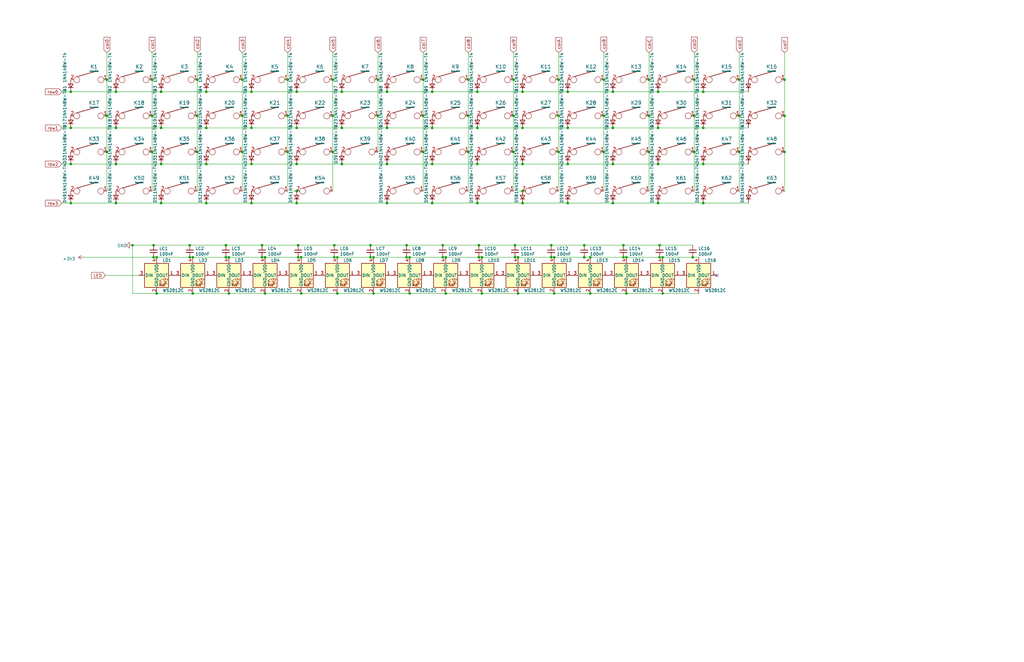
<source format=kicad_sch>
(kicad_sch (version 20230121) (generator eeschema)
  (paper "USLedger")
  (junction (at 125.095 85.725))
  (junction (at 121.285 64.135))
  (junction (at 144.145 69.215))
  (junction (at 197.485 64.135))
  (junction (at 159.385 33.655))
  (junction (at 156.21 108.585))
  (junction (at 201.295 69.215))
  (junction (at 29.845 69.215))
  (junction (at 186.69 108.585))
  (junction (at 292.735 64.135))
  (junction (at 45.085 64.135))
  (junction (at 277.495 38.735))
  (junction (at 125.73 103.505))
  (junction (at 182.245 85.725))
  (junction (at 80.01 103.505))
  (junction (at 220.345 69.215))
  (junction (at 178.435 33.655))
  (junction (at 273.685 33.655))
  (junction (at 201.295 38.735))
  (junction (at 66.04 108.585))
  (junction (at 106.045 53.975))
  (junction (at 273.685 48.895))
  (junction (at 48.895 69.215))
  (junction (at 157.48 108.585))
  (junction (at 102.235 48.895))
  (junction (at 264.16 108.585))
  (junction (at 156.21 103.505))
  (junction (at 106.045 85.725))
  (junction (at 187.96 123.825))
  (junction (at 140.335 33.655))
  (junction (at 125.095 80.645))
  (junction (at 311.785 48.895))
  (junction (at 29.845 85.725))
  (junction (at 279.4 108.585))
  (junction (at 81.28 108.585))
  (junction (at 296.545 53.975))
  (junction (at 292.735 33.655))
  (junction (at 48.895 85.725))
  (junction (at 235.585 64.135))
  (junction (at 182.245 69.215))
  (junction (at 163.195 69.215))
  (junction (at 254.635 48.895))
  (junction (at 201.295 53.975))
  (junction (at 86.995 85.725))
  (junction (at 197.485 33.655))
  (junction (at 277.495 53.975))
  (junction (at 55.88 103.505))
  (junction (at 262.89 108.585))
  (junction (at 201.295 85.725))
  (junction (at 246.38 108.585))
  (junction (at 201.93 108.585))
  (junction (at 157.48 123.825))
  (junction (at 233.68 123.825))
  (junction (at 140.97 108.585))
  (junction (at 216.535 48.895))
  (junction (at 220.345 80.645))
  (junction (at 67.945 38.735))
  (junction (at 48.895 38.735))
  (junction (at 121.285 48.895))
  (junction (at 83.185 48.895))
  (junction (at 258.445 53.975))
  (junction (at 239.395 69.215))
  (junction (at 220.345 38.735))
  (junction (at 232.41 108.585))
  (junction (at 278.13 108.585))
  (junction (at 64.135 48.895))
  (junction (at 172.72 108.585))
  (junction (at 218.44 108.585))
  (junction (at 203.2 108.585))
  (junction (at 248.92 123.825))
  (junction (at 64.77 108.585))
  (junction (at 163.195 53.975))
  (junction (at 278.13 103.505))
  (junction (at 48.895 53.975))
  (junction (at 159.385 48.895))
  (junction (at 292.735 48.895))
  (junction (at 171.45 103.505))
  (junction (at 296.545 85.725))
  (junction (at 279.4 123.825))
  (junction (at 248.92 108.585))
  (junction (at 254.635 64.135))
  (junction (at 311.785 33.655))
  (junction (at 217.17 108.585))
  (junction (at 29.845 53.975))
  (junction (at 95.25 103.505))
  (junction (at 80.01 108.585))
  (junction (at 45.085 48.895))
  (junction (at 64.135 64.135))
  (junction (at 106.045 69.215))
  (junction (at 217.17 103.505))
  (junction (at 66.04 123.825))
  (junction (at 178.435 64.135))
  (junction (at 142.24 123.825))
  (junction (at 171.45 108.585))
  (junction (at 86.995 38.735))
  (junction (at 144.145 53.975))
  (junction (at 86.995 53.975))
  (junction (at 254.635 33.655))
  (junction (at 96.52 108.585))
  (junction (at 216.535 33.655))
  (junction (at 86.995 69.215))
  (junction (at 273.685 64.135))
  (junction (at 197.485 48.895))
  (junction (at 235.585 33.655))
  (junction (at 127 123.825))
  (junction (at 264.16 123.825))
  (junction (at 140.97 103.505))
  (junction (at 125.73 108.585))
  (junction (at 64.135 33.655))
  (junction (at 110.49 103.505))
  (junction (at 140.335 48.895))
  (junction (at 102.235 64.135))
  (junction (at 201.93 103.505))
  (junction (at 144.145 38.735))
  (junction (at 172.72 123.825))
  (junction (at 67.945 53.975))
  (junction (at 163.195 85.725))
  (junction (at 296.545 69.215))
  (junction (at 203.2 123.825))
  (junction (at 258.445 69.215))
  (junction (at 163.195 38.735))
  (junction (at 239.395 53.975))
  (junction (at 83.185 64.135))
  (junction (at 102.235 33.655))
  (junction (at 262.89 103.505))
  (junction (at 182.245 38.735))
  (junction (at 311.785 64.135))
  (junction (at 125.095 69.215))
  (junction (at 121.285 33.655))
  (junction (at 220.345 53.975))
  (junction (at 216.535 64.135))
  (junction (at 178.435 48.895))
  (junction (at 187.96 108.585))
  (junction (at 330.835 33.655))
  (junction (at 258.445 85.725))
  (junction (at 64.77 103.505))
  (junction (at 182.245 53.975))
  (junction (at 246.38 103.505))
  (junction (at 67.945 69.215))
  (junction (at 110.49 108.585))
  (junction (at 125.095 38.735))
  (junction (at 140.335 64.135))
  (junction (at 292.1 108.585))
  (junction (at 239.395 85.725))
  (junction (at 29.845 38.735))
  (junction (at 277.495 85.725))
  (junction (at 235.585 48.895))
  (junction (at 232.41 103.505))
  (junction (at 258.445 38.735))
  (junction (at 296.545 38.735))
  (junction (at 81.28 123.825))
  (junction (at 111.76 123.825))
  (junction (at 330.835 48.895))
  (junction (at 233.68 108.585))
  (junction (at 95.25 108.585))
  (junction (at 96.52 123.825))
  (junction (at 277.495 69.215))
  (junction (at 142.24 108.585))
  (junction (at 45.085 33.655))
  (junction (at 218.44 123.825))
  (junction (at 186.69 103.505))
  (junction (at 239.395 38.735))
  (junction (at 106.045 38.735))
  (junction (at 67.945 85.725))
  (junction (at 220.345 85.725))
  (junction (at 125.095 53.975))
  (junction (at 83.185 33.655))
  (junction (at 111.76 108.585))
  (junction (at 127 108.585))
  (junction (at 330.835 64.135))
  (no_connect (at 302.26 116.205))
  (wire (pts (xy 292.735 64.135) (xy 292.735 80.645)))
  (wire (pts (xy 258.445 85.725) (xy 239.395 85.725)))
  (wire (pts (xy 45.085 64.135) (xy 45.085 80.645)))
  (wire (pts (xy 235.585 64.135) (xy 235.585 80.645)))
  (wire (pts (xy 220.345 69.215) (xy 239.395 69.215)))
  (wire (pts (xy 311.785 22.225) (xy 311.785 33.655)))
  (wire (pts (xy 80.01 103.505) (xy 95.25 103.505)))
  (wire (pts (xy 279.4 108.585) (xy 292.1 108.585)))
  (wire (pts (xy 262.89 108.585) (xy 264.16 108.585)))
  (wire (pts (xy 95.25 103.505) (xy 110.49 103.505)))
  (wire (pts (xy 156.21 108.585) (xy 157.48 108.585)))
  (wire (pts (xy 140.335 48.895) (xy 140.335 64.135)))
  (wire (pts (xy 273.685 48.895) (xy 273.685 33.655)))
  (wire (pts (xy 66.04 108.585) (xy 80.01 108.585)))
  (wire (pts (xy 254.635 64.135) (xy 254.635 80.645)))
  (wire (pts (xy 125.73 103.505) (xy 140.97 103.505)))
  (wire (pts (xy 48.895 69.215) (xy 67.945 69.215)))
  (wire (pts (xy 96.52 108.585) (xy 110.49 108.585)))
  (wire (pts (xy 220.345 53.975) (xy 201.295 53.975)))
  (wire (pts (xy 171.45 108.585) (xy 172.72 108.585)))
  (wire (pts (xy 102.235 33.655) (xy 102.235 22.225)))
  (wire (pts (xy 233.68 108.585) (xy 246.38 108.585)))
  (wire (pts (xy 182.245 69.215) (xy 201.295 69.215)))
  (wire (pts (xy 125.095 53.975) (xy 106.045 53.975)))
  (wire (pts (xy 102.235 33.655) (xy 102.235 48.895)))
  (wire (pts (xy 246.38 103.505) (xy 262.89 103.505)))
  (wire (pts (xy 64.135 48.895) (xy 64.135 64.135)))
  (wire (pts (xy 178.435 48.895) (xy 178.435 64.135)))
  (wire (pts (xy 127 108.585) (xy 140.97 108.585)))
  (wire (pts (xy 125.095 69.215) (xy 144.145 69.215)))
  (wire (pts (xy 277.495 53.975) (xy 258.445 53.975)))
  (wire (pts (xy 187.96 108.585) (xy 201.93 108.585)))
  (wire (pts (xy 264.16 123.825) (xy 279.4 123.825)))
  (wire (pts (xy 48.895 85.725) (xy 29.845 85.725)))
  (wire (pts (xy 264.16 108.585) (xy 278.13 108.585)))
  (wire (pts (xy 239.395 38.735) (xy 258.445 38.735)))
  (wire (pts (xy 178.435 33.655) (xy 178.435 22.225)))
  (wire (pts (xy 273.685 80.645) (xy 273.685 64.135)))
  (wire (pts (xy 121.285 22.225) (xy 121.285 33.655)))
  (wire (pts (xy 217.17 108.585) (xy 218.44 108.585)))
  (wire (pts (xy 106.045 53.975) (xy 86.995 53.975)))
  (wire (pts (xy 216.535 64.135) (xy 216.535 80.645)))
  (wire (pts (xy 111.76 123.825) (xy 127 123.825)))
  (wire (pts (xy 102.235 64.135) (xy 102.235 80.645)))
  (wire (pts (xy 48.895 53.975) (xy 29.845 53.975)))
  (wire (pts (xy 48.895 38.735) (xy 67.945 38.735)))
  (wire (pts (xy 86.995 38.735) (xy 106.045 38.735)))
  (wire (pts (xy 35.56 108.585) (xy 64.77 108.585)))
  (wire (pts (xy 140.97 103.505) (xy 156.21 103.505)))
  (wire (pts (xy 315.595 53.975) (xy 296.545 53.975)))
  (wire (pts (xy 254.635 48.895) (xy 254.635 64.135)))
  (wire (pts (xy 67.945 85.725) (xy 48.895 85.725)))
  (wire (pts (xy 203.2 108.585) (xy 217.17 108.585)))
  (wire (pts (xy 125.095 85.725) (xy 163.195 85.725)))
  (wire (pts (xy 248.92 123.825) (xy 264.16 123.825)))
  (wire (pts (xy 121.285 33.655) (xy 121.285 48.895)))
  (wire (pts (xy 187.96 123.825) (xy 203.2 123.825)))
  (wire (pts (xy 80.01 108.585) (xy 81.28 108.585)))
  (wire (pts (xy 67.945 38.735) (xy 86.995 38.735)))
  (wire (pts (xy 182.245 38.735) (xy 201.295 38.735)))
  (wire (pts (xy 296.545 53.975) (xy 277.495 53.975)))
  (wire (pts (xy 64.135 64.135) (xy 64.135 80.645)))
  (wire (pts (xy 292.735 48.895) (xy 292.735 64.135)))
  (wire (pts (xy 296.545 85.725) (xy 277.495 85.725)))
  (wire (pts (xy 58.42 116.205) (xy 44.45 116.205)))
  (wire (pts (xy 163.195 53.975) (xy 144.145 53.975)))
  (wire (pts (xy 197.485 22.225) (xy 197.485 33.655)))
  (wire (pts (xy 96.52 123.825) (xy 111.76 123.825)))
  (wire (pts (xy 86.995 85.725) (xy 67.945 85.725)))
  (wire (pts (xy 29.845 69.215) (xy 48.895 69.215)))
  (wire (pts (xy 201.295 85.725) (xy 182.245 85.725)))
  (wire (pts (xy 315.595 85.725) (xy 296.545 85.725)))
  (wire (pts (xy 178.435 64.135) (xy 178.435 80.645)))
  (wire (pts (xy 81.28 108.585) (xy 95.25 108.585)))
  (wire (pts (xy 186.69 108.585) (xy 187.96 108.585)))
  (wire (pts (xy 163.195 38.735) (xy 182.245 38.735)))
  (wire (pts (xy 330.835 64.135) (xy 330.835 80.645)))
  (wire (pts (xy 201.295 69.215) (xy 220.345 69.215)))
  (wire (pts (xy 64.77 108.585) (xy 66.04 108.585)))
  (wire (pts (xy 279.4 123.825) (xy 294.64 123.825)))
  (wire (pts (xy 218.44 123.825) (xy 233.68 123.825)))
  (wire (pts (xy 121.285 64.135) (xy 121.285 80.645)))
  (wire (pts (xy 55.88 103.505) (xy 55.88 123.825)))
  (wire (pts (xy 246.38 108.585) (xy 248.92 108.585)))
  (wire (pts (xy 26.035 53.975) (xy 29.845 53.975)))
  (wire (pts (xy 277.495 85.725) (xy 258.445 85.725)))
  (wire (pts (xy 232.41 103.505) (xy 246.38 103.505)))
  (wire (pts (xy 203.2 123.825) (xy 218.44 123.825)))
  (wire (pts (xy 217.17 103.505) (xy 232.41 103.505)))
  (wire (pts (xy 111.76 108.585) (xy 125.73 108.585)))
  (wire (pts (xy 110.49 108.585) (xy 111.76 108.585)))
  (wire (pts (xy 296.545 69.215) (xy 315.595 69.215)))
  (wire (pts (xy 26.035 38.735) (xy 29.845 38.735)))
  (wire (pts (xy 127 123.825) (xy 142.24 123.825)))
  (wire (pts (xy 157.48 108.585) (xy 171.45 108.585)))
  (wire (pts (xy 64.135 33.655) (xy 64.135 48.895)))
  (wire (pts (xy 233.68 123.825) (xy 248.92 123.825)))
  (wire (pts (xy 258.445 53.975) (xy 239.395 53.975)))
  (wire (pts (xy 55.88 103.505) (xy 64.77 103.505)))
  (wire (pts (xy 29.845 38.735) (xy 48.895 38.735)))
  (wire (pts (xy 110.49 103.505) (xy 125.73 103.505)))
  (wire (pts (xy 125.095 38.735) (xy 144.145 38.735)))
  (wire (pts (xy 292.735 33.655) (xy 292.735 48.895)))
  (wire (pts (xy 178.435 33.655) (xy 178.435 48.895)))
  (wire (pts (xy 296.545 38.735) (xy 315.595 38.735)))
  (wire (pts (xy 142.24 108.585) (xy 156.21 108.585)))
  (wire (pts (xy 239.395 69.215) (xy 258.445 69.215)))
  (wire (pts (xy 172.72 123.825) (xy 187.96 123.825)))
  (wire (pts (xy 186.69 103.505) (xy 201.93 103.505)))
  (wire (pts (xy 125.095 85.725) (xy 106.045 85.725)))
  (wire (pts (xy 156.21 103.505) (xy 171.45 103.505)))
  (wire (pts (xy 95.25 108.585) (xy 96.52 108.585)))
  (wire (pts (xy 159.385 33.655) (xy 159.385 48.895)))
  (wire (pts (xy 159.385 48.895) (xy 159.385 64.135)))
  (wire (pts (xy 67.945 69.215) (xy 86.995 69.215)))
  (wire (pts (xy 140.335 64.135) (xy 140.335 80.645)))
  (wire (pts (xy 311.785 33.655) (xy 311.785 48.895)))
  (wire (pts (xy 142.24 123.825) (xy 157.48 123.825)))
  (wire (pts (xy 235.585 48.895) (xy 235.585 64.135)))
  (wire (pts (xy 83.185 48.895) (xy 83.185 64.135)))
  (wire (pts (xy 278.13 103.505) (xy 292.1 103.505)))
  (wire (pts (xy 201.295 38.735) (xy 220.345 38.735)))
  (wire (pts (xy 64.77 103.505) (xy 80.01 103.505)))
  (wire (pts (xy 157.48 123.825) (xy 172.72 123.825)))
  (wire (pts (xy 216.535 33.655) (xy 216.535 48.895)))
  (wire (pts (xy 220.345 85.725) (xy 201.295 85.725)))
  (wire (pts (xy 140.97 108.585) (xy 142.24 108.585)))
  (wire (pts (xy 86.995 69.215) (xy 106.045 69.215)))
  (wire (pts (xy 64.135 22.225) (xy 64.135 33.655)))
  (wire (pts (xy 26.035 85.725) (xy 29.845 85.725)))
  (wire (pts (xy 45.085 48.895) (xy 45.085 64.135)))
  (wire (pts (xy 125.095 80.645) (xy 123.825 80.645)))
  (wire (pts (xy 330.835 33.655) (xy 330.835 22.225)))
  (wire (pts (xy 86.995 53.975) (xy 67.945 53.975)))
  (wire (pts (xy 163.195 69.215) (xy 182.245 69.215)))
  (wire (pts (xy 172.72 108.585) (xy 186.69 108.585)))
  (wire (pts (xy 66.04 123.825) (xy 81.28 123.825)))
  (wire (pts (xy 233.68 108.585) (xy 232.41 108.585)))
  (wire (pts (xy 273.685 22.225) (xy 273.685 33.655)))
  (wire (pts (xy 106.045 38.735) (xy 125.095 38.735)))
  (wire (pts (xy 55.88 123.825) (xy 66.04 123.825)))
  (wire (pts (xy 171.45 103.505) (xy 186.69 103.505)))
  (wire (pts (xy 292.1 108.585) (xy 294.64 108.585)))
  (wire (pts (xy 218.44 108.585) (xy 232.41 108.585)))
  (wire (pts (xy 102.235 48.895) (xy 102.235 64.135)))
  (wire (pts (xy 279.4 108.585) (xy 278.13 108.585)))
  (wire (pts (xy 140.335 33.655) (xy 140.335 22.225)))
  (wire (pts (xy 45.085 33.655) (xy 45.085 22.225)))
  (wire (pts (xy 45.085 33.655) (xy 45.085 48.895)))
  (wire (pts (xy 311.785 64.135) (xy 311.785 80.645)))
  (wire (pts (xy 254.635 33.655) (xy 254.635 22.225)))
  (wire (pts (xy 201.295 53.975) (xy 182.245 53.975)))
  (wire (pts (xy 330.835 48.895) (xy 330.835 64.135)))
  (wire (pts (xy 144.145 53.975) (xy 125.095 53.975)))
  (wire (pts (xy 125.73 108.585) (xy 127 108.585)))
  (wire (pts (xy 311.785 48.895) (xy 311.785 64.135)))
  (wire (pts (xy 144.145 38.735) (xy 163.195 38.735)))
  (wire (pts (xy 262.89 103.505) (xy 278.13 103.505)))
  (wire (pts (xy 277.495 38.735) (xy 296.545 38.735)))
  (wire (pts (xy 26.035 69.215) (xy 29.845 69.215)))
  (wire (pts (xy 220.345 38.735) (xy 239.395 38.735)))
  (wire (pts (xy 220.345 80.645) (xy 219.075 80.645)))
  (wire (pts (xy 83.185 22.225) (xy 83.185 33.655)))
  (wire (pts (xy 83.185 64.135) (xy 83.185 80.645)))
  (wire (pts (xy 330.835 33.655) (xy 330.835 48.895)))
  (wire (pts (xy 216.535 48.895) (xy 216.535 64.135)))
  (wire (pts (xy 159.385 22.225) (xy 159.385 33.655)))
  (wire (pts (xy 144.145 69.215) (xy 163.195 69.215)))
  (wire (pts (xy 182.245 85.725) (xy 163.195 85.725)))
  (wire (pts (xy 83.185 33.655) (xy 83.185 48.895)))
  (wire (pts (xy 216.535 33.655) (xy 216.535 22.225)))
  (wire (pts (xy 67.945 53.975) (xy 48.895 53.975)))
  (wire (pts (xy 292.735 33.655) (xy 292.735 22.225)))
  (wire (pts (xy 277.495 69.215) (xy 296.545 69.215)))
  (wire (pts (xy 182.245 53.975) (xy 163.195 53.975)))
  (wire (pts (xy 235.585 22.225) (xy 235.585 33.655)))
  (wire (pts (xy 81.28 123.825) (xy 96.52 123.825)))
  (wire (pts (xy 248.92 108.585) (xy 262.89 108.585)))
  (wire (pts (xy 197.485 48.895) (xy 197.485 64.135)))
  (wire (pts (xy 239.395 53.975) (xy 220.345 53.975)))
  (wire (pts (xy 235.585 33.655) (xy 235.585 48.895)))
  (wire (pts (xy 140.335 33.655) (xy 140.335 48.895)))
  (wire (pts (xy 239.395 85.725) (xy 220.345 85.725)))
  (wire (pts (xy 106.045 85.725) (xy 86.995 85.725)))
  (wire (pts (xy 197.485 33.655) (xy 197.485 48.895)))
  (wire (pts (xy 258.445 69.215) (xy 277.495 69.215)))
  (wire (pts (xy 201.93 108.585) (xy 203.2 108.585)))
  (wire (pts (xy 121.285 48.895) (xy 121.285 64.135)))
  (wire (pts (xy 258.445 38.735) (xy 277.495 38.735)))
  (wire (pts (xy 254.635 33.655) (xy 254.635 48.895)))
  (wire (pts (xy 273.685 64.135) (xy 273.685 48.895)))
  (wire (pts (xy 201.93 103.505) (xy 217.17 103.505)))
  (wire (pts (xy 106.045 69.215) (xy 125.095 69.215)))
  (wire (pts (xy 197.485 64.135) (xy 197.485 80.645)))
  (global_label "colF" (shape input) (at 330.835 22.225 90) (property "Intersheetrefs" "${INTERSHEET_REFS}" (effects hide)))
  (global_label "colC" (shape input) (at 273.685 22.225 90) (property "Intersheetrefs" "${INTERSHEET_REFS}" (effects hide)))
  (global_label "colA" (shape input) (at 235.585 22.225 90) (property "Intersheetrefs" "${INTERSHEET_REFS}" (effects hide)))
  (global_label "colE" (shape input) (at 311.785 22.225 90) (property "Intersheetrefs" "${INTERSHEET_REFS}" (effects hide)))
  (global_label "col4" (shape input) (at 121.285 22.225 90) (property "Intersheetrefs" "${INTERSHEET_REFS}" (effects hide)))
  (global_label "row1" (shape input) (at 26.035 53.975 180) (property "Intersheetrefs" "${INTERSHEET_REFS}" (effects hide)))
  (global_label "colB" (shape input) (at 254.635 22.225 90) (property "Intersheetrefs" "${INTERSHEET_REFS}" (effects hide)))
  (global_label "row3" (shape input) (at 26.035 85.725 180) (property "Intersheetrefs" "${INTERSHEET_REFS}" (effects hide)))
  (global_label "col1" (shape input) (at 64.135 22.225 90) (property "Intersheetrefs" "${INTERSHEET_REFS}" (effects hide)))
  (global_label "row2" (shape input) (at 26.035 69.215 180) (property "Intersheetrefs" "${INTERSHEET_REFS}" (effects hide)))
  (global_label "col2" (shape input) (at 83.185 22.225 90) (property "Intersheetrefs" "${INTERSHEET_REFS}" (effects hide)))
  (global_label "col7" (shape input) (at 178.435 22.225 90) (property "Intersheetrefs" "${INTERSHEET_REFS}" (effects hide)))
  (global_label "LED" (shape input) (at 44.45 116.205 180) (property "Intersheetrefs" "${INTERSHEET_REFS}" (effects hide)))
  (global_label "col8" (shape input) (at 197.485 22.225 90) (property "Intersheetrefs" "${INTERSHEET_REFS}" (effects hide)))
  (global_label "col9" (shape input) (at 216.535 22.225 90) (property "Intersheetrefs" "${INTERSHEET_REFS}" (effects hide)))
  (global_label "col3" (shape input) (at 102.235 22.225 90) (property "Intersheetrefs" "${INTERSHEET_REFS}" (effects hide)))
  (global_label "col5" (shape input) (at 140.335 22.225 90) (property "Intersheetrefs" "${INTERSHEET_REFS}" (effects hide)))
  (global_label "row0" (shape input) (at 26.035 38.735 180) (property "Intersheetrefs" "${INTERSHEET_REFS}" (effects hide)))
  (global_label "col0" (shape input) (at 45.085 22.225 90) (property "Intersheetrefs" "${INTERSHEET_REFS}" (effects hide)))
  (global_label "colD" (shape input) (at 292.735 22.225 90) (property "Intersheetrefs" "${INTERSHEET_REFS}" (effects hide)))
  (global_label "col6" (shape input) (at 159.385 22.225 90) (property "Intersheetrefs" "${INTERSHEET_REFS}" (effects hide)))
  (symbol (lib_id "Device:D_Small") (at 258.445 83.185 270) (mirror x) (unit 1)
    (property "Reference" "D60" (at 255.905 85.725 0) (effects (justify left)))
    (property "Value" "1N4148W-T4" (at 255.905 81.915 0) (effects (justify left)))
    (property "Footprint" "EDI:D_SOD-523" (effects hide))
    (property "LCSC" "C68948" (effects hide))
  )
  (symbol (lib_id "HL-Mk2-rescue:KEYSW-keyboard_parts") (at 304.165 33.655 0) (unit 1)
    (property "Reference" "K15" (at 306.3494 28.1432 0) (effects (font (size 1.524 1.524))))
    (property "Value" "Keyswitch" (at 306.3494 30.0228 0) (effects (font (size 0.508 0.508))))
    (property "Footprint" "Button_Switch_SMD:SW_SPST_B3U-1000P" (effects hide))
  )
  (symbol (lib_id "HL-Mk2-rescue:KEYSW-keyboard_parts") (at 94.615 48.895 0) (unit 1)
    (property "Reference" "K20" (at 96.7994 43.3832 0) (effects (font (size 1.524 1.524))))
    (property "Value" "Keyswitch" (at 96.7994 45.2628 0) (effects (font (size 0.508 0.508))))
    (property "Footprint" "Button_Switch_SMD:SW_SPST_B3U-1000P" (effects hide))
  )
  (symbol (lib_id "Device:D_Small") (at 29.845 51.435 270) (mirror x) (unit 1)
    (property "Reference" "D17" (at 27.305 53.975 0) (effects (justify left)))
    (property "Value" "1N4148W-T4" (at 27.305 50.165 0) (effects (justify left)))
    (property "Footprint" "EDI:D_SOD-523" (effects hide))
    (property "LCSC" "C68948" (effects hide))
  )
  (symbol (lib_id "Device:D_Small") (at 144.145 51.435 270) (mirror x) (unit 1)
    (property "Reference" "D23" (at 141.605 53.975 0) (effects (justify left)))
    (property "Value" "1N4148W-T4" (at 141.605 50.165 0) (effects (justify left)))
    (property "Footprint" "EDI:D_SOD-523" (effects hide))
    (property "LCSC" "C68948" (effects hide))
  )
  (symbol (lib_id "HL-Mk2-rescue:KEYSW-keyboard_parts") (at 75.565 64.135 0) (unit 1)
    (property "Reference" "K35" (at 77.7494 58.6232 0) (effects (font (size 1.524 1.524))))
    (property "Value" "Keyswitch" (at 77.7494 60.5028 0) (effects (font (size 0.508 0.508))))
    (property "Footprint" "Button_Switch_SMD:SW_SPST_B3U-1000P" (effects hide))
  )
  (symbol (lib_id "EDI:WS2812C") (at 203.2 116.205 0) (unit 1)
    (property "Reference" "LD10" (at 205.74 109.855 0) (effects (justify left)))
    (property "Value" "WS2812C" (at 205.74 122.555 0) (effects (justify left)))
    (property "Footprint" "EDI:WS2812C_2020" (effects hide))
    (property "Datasheet" "https://cdn-shop.adafruit.com/datasheets/WS2812B.pdf" (effects hide))
    (property "LCSC" "C2976072" (effects hide))
  )
  (symbol (lib_id "Device:D_Small") (at 239.395 36.195 270) (mirror x) (unit 1)
    (property "Reference" "D12" (at 236.855 38.735 0) (effects (justify left)))
    (property "Value" "1N4148W-T4" (at 236.855 34.925 0) (effects (justify left)))
    (property "Footprint" "EDI:D_SOD-523" (effects hide))
    (property "LCSC" "C68948" (effects hide))
  )
  (symbol (lib_id "Device:D_Small") (at 86.995 36.195 270) (mirror x) (unit 1)
    (property "Reference" "D4" (at 84.455 38.735 0) (effects (justify left)))
    (property "Value" "1N4148W-T4" (at 84.455 34.925 0) (effects (justify left)))
    (property "Footprint" "EDI:D_SOD-523" (effects hide))
    (property "LCSC" "C68948" (effects hide))
  )
  (symbol (lib_id "HL-Mk2-rescue:KEYSW-keyboard_parts") (at 285.115 64.135 0) (unit 1)
    (property "Reference" "K46" (at 287.2994 58.6232 0) (effects (font (size 1.524 1.524))))
    (property "Value" "Keyswitch" (at 287.2994 60.5028 0) (effects (font (size 0.508 0.508))))
    (property "Footprint" "Button_Switch_SMD:SW_SPST_B3U-1000P" (effects hide))
  )
  (symbol (lib_id "Device:D_Small") (at 315.595 66.675 270) (mirror x) (unit 1)
    (property "Reference" "D48" (at 313.055 69.215 0) (effects (justify left)))
    (property "Value" "1N4148W-T4" (at 313.055 65.405 0) (effects (justify left)))
    (property "Footprint" "EDI:D_SOD-523" (effects hide))
    (property "LCSC" "C68948" (effects hide))
  )
  (symbol (lib_id "power:GND") (at 55.88 103.505 270) (unit 1)
    (property "Reference" "#PWR01" (effects hide))
    (property "Value" "GND" (at 51.4858 103.632 90))
  )
  (symbol (lib_id "HL-Mk2-rescue:KEYSW-keyboard_parts") (at 189.865 33.655 0) (unit 1)
    (property "Reference" "K9" (at 192.0494 28.1432 0) (effects (font (size 1.524 1.524))))
    (property "Value" "Keyswitch" (at 192.0494 30.0228 0) (effects (font (size 0.508 0.508))))
    (property "Footprint" "Button_Switch_SMD:SW_SPST_B3U-1000P" (effects hide))
  )
  (symbol (lib_id "Device:D_Small") (at 315.595 51.435 270) (mirror x) (unit 1)
    (property "Reference" "D32" (at 313.055 53.975 0) (effects (justify left)))
    (property "Value" "1N4148W-T4" (at 313.055 50.165 0) (effects (justify left)))
    (property "Footprint" "EDI:D_SOD-523" (effects hide))
    (property "LCSC" "C68948" (effects hide))
  )
  (symbol (lib_id "Device:D_Small") (at 29.845 66.675 270) (mirror x) (unit 1)
    (property "Reference" "D33" (at 27.305 69.215 0) (effects (justify left)))
    (property "Value" "1N4148W-T4" (at 27.305 65.405 0) (effects (justify left)))
    (property "Footprint" "EDI:D_SOD-523" (effects hide))
    (property "LCSC" "C68948" (effects hide))
  )
  (symbol (lib_id "Device:C_Small") (at 80.01 106.045 0) (unit 1)
    (property "Reference" "LC2" (at 82.3468 104.8766 0) (effects (justify left)))
    (property "Value" "100nF" (at 82.3468 107.188 0) (effects (justify left)))
    (property "Footprint" "EDI:Passive_0402_1005Metric" (effects hide))
    (property "LCSC" "C307331" (effects hide))
  )
  (symbol (lib_id "Device:C_Small") (at 186.69 106.045 0) (unit 1)
    (property "Reference" "LC9" (at 189.0268 104.8766 0) (effects (justify left)))
    (property "Value" "100nF" (at 189.0268 107.188 0) (effects (justify left)))
    (property "Footprint" "EDI:Passive_0402_1005Metric" (effects hide))
    (property "LCSC" "C307331" (effects hide))
  )
  (symbol (lib_id "Device:D_Small") (at 29.845 36.195 270) (mirror x) (unit 1)
    (property "Reference" "D1" (at 27.305 38.735 0) (effects (justify left)))
    (property "Value" "1N4148W-T4" (at 27.305 34.925 0) (effects (justify left)))
    (property "Footprint" "EDI:D_SOD-523" (effects hide))
    (property "LCSC" "C68948" (effects hide))
  )
  (symbol (lib_id "Device:D_Small") (at 201.295 83.185 270) (mirror x) (unit 1)
    (property "Reference" "D57" (at 198.755 85.725 0) (effects (justify left)))
    (property "Value" "1N4148W-T4" (at 198.755 81.915 0) (effects (justify left)))
    (property "Footprint" "EDI:D_SOD-523" (effects hide))
    (property "LCSC" "C68948" (effects hide))
  )
  (symbol (lib_id "Device:D_Small") (at 67.945 66.675 270) (mirror x) (unit 1)
    (property "Reference" "D35" (at 65.405 69.215 0) (effects (justify left)))
    (property "Value" "1N4148W-T4" (at 65.405 65.405 0) (effects (justify left)))
    (property "Footprint" "EDI:D_SOD-523" (effects hide))
    (property "LCSC" "C68948" (effects hide))
  )
  (symbol (lib_id "HL-Mk2-rescue:KEYSW-keyboard_parts") (at 75.565 48.895 0) (unit 1)
    (property "Reference" "K19" (at 77.7494 43.3832 0) (effects (font (size 1.524 1.524))))
    (property "Value" "Keyswitch" (at 77.7494 45.2628 0) (effects (font (size 0.508 0.508))))
    (property "Footprint" "Button_Switch_SMD:SW_SPST_B3U-1000P" (effects hide))
  )
  (symbol (lib_id "HL-Mk2-rescue:KEYSW-keyboard_parts") (at 247.015 48.895 0) (unit 1)
    (property "Reference" "K28" (at 249.1994 43.3832 0) (effects (font (size 1.524 1.524))))
    (property "Value" "Keyswitch" (at 249.1994 45.2628 0) (effects (font (size 0.508 0.508))))
    (property "Footprint" "Button_Switch_SMD:SW_SPST_B3U-1000P" (effects hide))
  )
  (symbol (lib_id "HL-Mk2-rescue:KEYSW-keyboard_parts") (at 323.215 48.895 0) (unit 1)
    (property "Reference" "K32" (at 325.3994 43.3832 0) (effects (font (size 1.524 1.524))))
    (property "Value" "Keyswitch" (at 325.3994 45.2628 0) (effects (font (size 0.508 0.508))))
    (property "Footprint" "Button_Switch_SMD:SW_SPST_B3U-1000P" (effects hide))
  )
  (symbol (lib_id "EDI:WS2812C") (at 233.68 116.205 0) (unit 1)
    (property "Reference" "LD12" (at 236.22 109.855 0) (effects (justify left)))
    (property "Value" "WS2812C" (at 236.22 122.555 0) (effects (justify left)))
    (property "Footprint" "EDI:WS2812C_2020" (effects hide))
    (property "Datasheet" "https://cdn-shop.adafruit.com/datasheets/WS2812B.pdf" (effects hide))
    (property "LCSC" "C2976072" (effects hide))
  )
  (symbol (lib_id "Device:D_Small") (at 125.095 51.435 270) (mirror x) (unit 1)
    (property "Reference" "D22" (at 122.555 53.975 0) (effects (justify left)))
    (property "Value" "1N4148W-T4" (at 122.555 50.165 0) (effects (justify left)))
    (property "Footprint" "EDI:D_SOD-523" (effects hide))
    (property "LCSC" "C68948" (effects hide))
  )
  (symbol (lib_id "Device:D_Small") (at 182.245 83.185 270) (mirror x) (unit 1)
    (property "Reference" "D56" (at 179.705 85.725 0) (effects (justify left)))
    (property "Value" "1N4148W-T4" (at 179.705 81.915 0) (effects (justify left)))
    (property "Footprint" "EDI:D_SOD-523" (effects hide))
    (property "LCSC" "C68948" (effects hide))
  )
  (symbol (lib_id "HL-Mk2-rescue:KEYSW-keyboard_parts") (at 37.465 48.895 0) (unit 1)
    (property "Reference" "K17" (at 39.6494 43.3832 0) (effects (font (size 1.524 1.524))))
    (property "Value" "Keyswitch" (at 39.6494 45.2628 0) (effects (font (size 0.508 0.508))))
    (property "Footprint" "Button_Switch_SMD:SW_SPST_B3U-1000P" (effects hide))
  )
  (symbol (lib_id "HL-Mk2-rescue:KEYSW-keyboard_parts") (at 304.165 80.645 0) (unit 1)
    (property "Reference" "K62" (at 306.3494 75.1332 0) (effects (font (size 1.524 1.524))))
    (property "Value" "Keyswitch" (at 306.3494 77.0128 0) (effects (font (size 0.508 0.508))))
    (property "Footprint" "Button_Switch_SMD:SW_SPST_B3U-1000P" (effects hide))
  )
  (symbol (lib_id "Device:D_Small") (at 106.045 36.195 270) (mirror x) (unit 1)
    (property "Reference" "D5" (at 103.505 38.735 0) (effects (justify left)))
    (property "Value" "1N4148W-T4" (at 103.505 34.925 0) (effects (justify left)))
    (property "Footprint" "EDI:D_SOD-523" (effects hide))
    (property "LCSC" "C68948" (effects hide))
  )
  (symbol (lib_id "EDI:WS2812C") (at 142.24 116.205 0) (unit 1)
    (property "Reference" "LD6" (at 144.78 109.855 0) (effects (justify left)))
    (property "Value" "WS2812C" (at 144.78 122.555 0) (effects (justify left)))
    (property "Footprint" "EDI:WS2812C_2020" (effects hide))
    (property "Datasheet" "https://cdn-shop.adafruit.com/datasheets/WS2812B.pdf" (effects hide))
    (property "LCSC" "C2976072" (effects hide))
  )
  (symbol (lib_id "Device:D_Small") (at 86.995 51.435 270) (mirror x) (unit 1)
    (property "Reference" "D20" (at 84.455 53.975 0) (effects (justify left)))
    (property "Value" "1N4148W-T4" (at 84.455 50.165 0) (effects (justify left)))
    (property "Footprint" "EDI:D_SOD-523" (effects hide))
    (property "LCSC" "C68948" (effects hide))
  )
  (symbol (lib_id "Device:D_Small") (at 144.145 66.675 270) (mirror x) (unit 1)
    (property "Reference" "D39" (at 141.605 69.215 0) (effects (justify left)))
    (property "Value" "1N4148W-T4" (at 141.605 65.405 0) (effects (justify left)))
    (property "Footprint" "EDI:D_SOD-523" (effects hide))
    (property "LCSC" "C68948" (effects hide))
  )
  (symbol (lib_id "Device:D_Small") (at 86.995 66.675 270) (mirror x) (unit 1)
    (property "Reference" "D36" (at 84.455 69.215 0) (effects (justify left)))
    (property "Value" "1N4148W-T4" (at 84.455 65.405 0) (effects (justify left)))
    (property "Footprint" "EDI:D_SOD-523" (effects hide))
    (property "LCSC" "C68948" (effects hide))
  )
  (symbol (lib_id "HL-Mk2-rescue:KEYSW-keyboard_parts") (at 75.565 33.655 0) (unit 1)
    (property "Reference" "K3" (at 77.7494 28.1432 0) (effects (font (size 1.524 1.524))))
    (property "Value" "Keyswitch" (at 77.7494 30.0228 0) (effects (font (size 0.508 0.508))))
    (property "Footprint" "Button_Switch_SMD:SW_SPST_B3U-1000P" (effects hide))
  )
  (symbol (lib_id "Device:D_Small") (at 220.345 51.435 270) (mirror x) (unit 1)
    (property "Reference" "D27" (at 217.805 53.975 0) (effects (justify left)))
    (property "Value" "1N4148W-T4" (at 217.805 50.165 0) (effects (justify left)))
    (property "Footprint" "EDI:D_SOD-523" (effects hide))
    (property "LCSC" "C68948" (effects hide))
  )
  (symbol (lib_id "EDI:WS2812C") (at 111.76 116.205 0) (unit 1)
    (property "Reference" "LD4" (at 114.3 109.855 0) (effects (justify left)))
    (property "Value" "WS2812C" (at 114.3 122.555 0) (effects (justify left)))
    (property "Footprint" "EDI:WS2812C_2020" (effects hide))
    (property "Datasheet" "https://cdn-shop.adafruit.com/datasheets/WS2812B.pdf" (effects hide))
    (property "LCSC" "C2976072" (effects hide))
  )
  (symbol (lib_id "HL-Mk2-rescue:KEYSW-keyboard_parts") (at 56.515 64.135 0) (unit 1)
    (property "Reference" "K34" (at 58.6994 58.6232 0) (effects (font (size 1.524 1.524))))
    (property "Value" "Keyswitch" (at 58.6994 60.5028 0) (effects (font (size 0.508 0.508))))
    (property "Footprint" "Button_Switch_SMD:SW_SPST_B3U-1000P" (effects hide))
  )
  (symbol (lib_id "HL-Mk2-rescue:KEYSW-keyboard_parts") (at 247.015 33.655 0) (unit 1)
    (property "Reference" "K12" (at 249.1994 28.1432 0) (effects (font (size 1.524 1.524))))
    (property "Value" "Keyswitch" (at 249.1994 30.0228 0) (effects (font (size 0.508 0.508))))
    (property "Footprint" "Button_Switch_SMD:SW_SPST_B3U-1000P" (effects hide))
  )
  (symbol (lib_id "Device:D_Small") (at 296.545 51.435 270) (mirror x) (unit 1)
    (property "Reference" "D31" (at 294.005 53.975 0) (effects (justify left)))
    (property "Value" "1N4148W-T4" (at 294.005 50.165 0) (effects (justify left)))
    (property "Footprint" "EDI:D_SOD-523" (effects hide))
    (property "LCSC" "C68948" (effects hide))
  )
  (symbol (lib_id "Device:D_Small") (at 201.295 36.195 270) (mirror x) (unit 1)
    (property "Reference" "D10" (at 198.755 38.735 0) (effects (justify left)))
    (property "Value" "1N4148W-T4" (at 198.755 34.925 0) (effects (justify left)))
    (property "Footprint" "EDI:D_SOD-523" (effects hide))
    (property "LCSC" "C68948" (effects hide))
  )
  (symbol (lib_id "Device:D_Small") (at 315.595 36.195 270) (mirror x) (unit 1)
    (property "Reference" "D16" (at 313.055 38.735 0) (effects (justify left)))
    (property "Value" "1N4148W-T4" (at 313.055 34.925 0) (effects (justify left)))
    (property "Footprint" "EDI:D_SOD-523" (effects hide))
    (property "LCSC" "C68948" (effects hide))
  )
  (symbol (lib_id "Device:D_Small") (at 315.595 83.185 270) (mirror x) (unit 1)
    (property "Reference" "D63" (at 313.055 85.725 0) (effects (justify left)))
    (property "Value" "1N4148W-T4" (at 313.055 81.915 0) (effects (justify left)))
    (property "Footprint" "EDI:D_SOD-523" (effects hide))
    (property "LCSC" "C68948" (effects hide))
  )
  (symbol (lib_id "Device:D_Small") (at 144.145 36.195 270) (mirror x) (unit 1)
    (property "Reference" "D7" (at 141.605 38.735 0) (effects (justify left)))
    (property "Value" "1N4148W-T4" (at 141.605 34.925 0) (effects (justify left)))
    (property "Footprint" "EDI:D_SOD-523" (effects hide))
    (property "LCSC" "C68948" (effects hide))
  )
  (symbol (lib_id "HL-Mk2-rescue:KEYSW-keyboard_parts") (at 208.915 33.655 0) (unit 1)
    (property "Reference" "K10" (at 211.0994 28.1432 0) (effects (font (size 1.524 1.524))))
    (property "Value" "Keyswitch" (at 211.0994 30.0228 0) (effects (font (size 0.508 0.508))))
    (property "Footprint" "Button_Switch_SMD:SW_SPST_B3U-1000P" (effects hide))
  )
  (symbol (lib_id "Device:C_Small") (at 201.93 106.045 0) (unit 1)
    (property "Reference" "LC10" (at 204.2668 104.8766 0) (effects (justify left)))
    (property "Value" "100nF" (at 204.2668 107.188 0) (effects (justify left)))
    (property "Footprint" "EDI:Passive_0402_1005Metric" (effects hide))
    (property "LCSC" "C307331" (effects hide))
  )
  (symbol (lib_id "Device:D_Small") (at 277.495 66.675 270) (mirror x) (unit 1)
    (property "Reference" "D46" (at 274.955 69.215 0) (effects (justify left)))
    (property "Value" "1N4148W-T4" (at 274.955 65.405 0) (effects (justify left)))
    (property "Footprint" "EDI:D_SOD-523" (effects hide))
    (property "LCSC" "C68948" (effects hide))
  )
  (symbol (lib_id "HL-Mk2-rescue:KEYSW-keyboard_parts") (at 56.515 48.895 0) (unit 1)
    (property "Reference" "K18" (at 58.6994 43.3832 0) (effects (font (size 1.524 1.524))))
    (property "Value" "Keyswitch" (at 58.6994 45.2628 0) (effects (font (size 0.508 0.508))))
    (property "Footprint" "Button_Switch_SMD:SW_SPST_B3U-1000P" (effects hide))
  )
  (symbol (lib_id "HL-Mk2-rescue:KEYSW-keyboard_parts") (at 56.515 80.645 0) (unit 1)
    (property "Reference" "K50" (at 58.6994 75.1332 0) (effects (font (size 1.524 1.524))))
    (property "Value" "Keyswitch" (at 58.6994 77.0128 0) (effects (font (size 0.508 0.508))))
    (property "Footprint" "Button_Switch_SMD:SW_SPST_B3U-1000P" (effects hide))
  )
  (symbol (lib_id "HL-Mk2-rescue:KEYSW-keyboard_parts") (at 208.915 48.895 0) (unit 1)
    (property "Reference" "K26" (at 211.0994 43.3832 0) (effects (font (size 1.524 1.524))))
    (property "Value" "Keyswitch" (at 211.0994 45.2628 0) (effects (font (size 0.508 0.508))))
    (property "Footprint" "Button_Switch_SMD:SW_SPST_B3U-1000P" (effects hide))
  )
  (symbol (lib_id "HL-Mk2-rescue:KEYSW-keyboard_parts") (at 227.965 48.895 0) (unit 1)
    (property "Reference" "K27" (at 230.1494 43.3832 0) (effects (font (size 1.524 1.524))))
    (property "Value" "Keyswitch" (at 230.1494 45.2628 0) (effects (font (size 0.508 0.508))))
    (property "Footprint" "Button_Switch_SMD:SW_SPST_B3U-1000P" (effects hide))
  )
  (symbol (lib_id "HL-Mk2-rescue:KEYSW-keyboard_parts") (at 113.665 33.655 0) (unit 1)
    (property "Reference" "K5" (at 115.8494 28.1432 0) (effects (font (size 1.524 1.524))))
    (property "Value" "Keyswitch" (at 115.8494 30.0228 0) (effects (font (size 0.508 0.508))))
    (property "Footprint" "Button_Switch_SMD:SW_SPST_B3U-1000P" (effects hide))
  )
  (symbol (lib_id "HL-Mk2-rescue:KEYSW-keyboard_parts") (at 151.765 33.655 0) (unit 1)
    (property "Reference" "K7" (at 153.9494 28.1432 0) (effects (font (size 1.524 1.524))))
    (property "Value" "Keyswitch" (at 153.9494 30.0228 0) (effects (font (size 0.508 0.508))))
    (property "Footprint" "Button_Switch_SMD:SW_SPST_B3U-1000P" (effects hide))
  )
  (symbol (lib_id "HL-Mk2-rescue:KEYSW-keyboard_parts") (at 227.965 80.645 0) (unit 1)
    (property "Reference" "K58" (at 230.1494 75.1332 0) (effects (font (size 1.524 1.524))))
    (property "Value" "Keyswitch" (at 230.1494 77.0128 0) (effects (font (size 0.508 0.508))))
    (property "Footprint" "Button_Switch_SMD:SW_SPST_B3U-1000P" (effects hide))
  )
  (symbol (lib_id "Device:D_Small") (at 163.195 36.195 270) (mirror x) (unit 1)
    (property "Reference" "D8" (at 160.655 38.735 0) (effects (justify left)))
    (property "Value" "1N4148W-T4" (at 160.655 34.925 0) (effects (justify left)))
    (property "Footprint" "EDI:D_SOD-523" (effects hide))
    (property "LCSC" "C68948" (effects hide))
  )
  (symbol (lib_id "HL-Mk2-rescue:KEYSW-keyboard_parts") (at 189.865 64.135 0) (unit 1)
    (property "Reference" "K41" (at 192.0494 58.6232 0) (effects (font (size 1.524 1.524))))
    (property "Value" "Keyswitch" (at 192.0494 60.5028 0) (effects (font (size 0.508 0.508))))
    (property "Footprint" "Button_Switch_SMD:SW_SPST_B3U-1000P" (effects hide))
  )
  (symbol (lib_id "Device:D_Small") (at 277.495 51.435 270) (mirror x) (unit 1)
    (property "Reference" "D30" (at 274.955 53.975 0) (effects (justify left)))
    (property "Value" "1N4148W-T4" (at 274.955 50.165 0) (effects (justify left)))
    (property "Footprint" "EDI:D_SOD-523" (effects hide))
    (property "LCSC" "C68948" (effects hide))
  )
  (symbol (lib_id "Device:D_Small") (at 48.895 83.185 270) (mirror x) (unit 1)
    (property "Reference" "D50" (at 46.355 85.725 0) (effects (justify left)))
    (property "Value" "1N4148W-T4" (at 46.355 81.915 0) (effects (justify left)))
    (property "Footprint" "EDI:D_SOD-523" (effects hide))
    (property "LCSC" "C68948" (effects hide))
  )
  (symbol (lib_id "Device:C_Small") (at 246.38 106.045 0) (unit 1)
    (property "Reference" "LC13" (at 248.7168 104.8766 0) (effects (justify left)))
    (property "Value" "100nF" (at 248.7168 107.188 0) (effects (justify left)))
    (property "Footprint" "EDI:Passive_0402_1005Metric" (effects hide))
    (property "LCSC" "C307331" (effects hide))
  )
  (symbol (lib_id "power:+3V3") (at 35.56 108.585 90) (unit 1)
    (property "Reference" "#PWR012" (effects hide))
    (property "Value" "+3V3" (at 31.75 109.22 90) (effects (justify left)))
  )
  (symbol (lib_id "HL-Mk2-rescue:KEYSW-keyboard_parts") (at 266.065 33.655 0) (unit 1)
    (property "Reference" "K13" (at 268.2494 28.1432 0) (effects (font (size 1.524 1.524))))
    (property "Value" "Keyswitch" (at 268.2494 30.0228 0) (effects (font (size 0.508 0.508))))
    (property "Footprint" "Button_Switch_SMD:SW_SPST_B3U-1000P" (effects hide))
  )
  (symbol (lib_id "EDI:WS2812C") (at 66.04 116.205 0) (unit 1)
    (property "Reference" "LD1" (at 68.58 109.855 0) (effects (justify left)))
    (property "Value" "WS2812C" (at 68.58 122.555 0) (effects (justify left)))
    (property "Footprint" "EDI:WS2812C_2020" (effects hide))
    (property "Datasheet" "https://cdn-shop.adafruit.com/datasheets/WS2812B.pdf" (effects hide))
    (property "LCSC" "C2976072" (effects hide))
  )
  (symbol (lib_id "Device:D_Small") (at 220.345 36.195 270) (mirror x) (unit 1)
    (property "Reference" "D11" (at 217.805 38.735 0) (effects (justify left)))
    (property "Value" "1N4148W-T4" (at 217.805 34.925 0) (effects (justify left)))
    (property "Footprint" "EDI:D_SOD-523" (effects hide))
    (property "LCSC" "C68948" (effects hide))
  )
  (symbol (lib_id "HL-Mk2-rescue:KEYSW-keyboard_parts") (at 75.565 80.645 0) (unit 1)
    (property "Reference" "K51" (at 77.7494 75.1332 0) (effects (font (size 1.524 1.524))))
    (property "Value" "Keyswitch" (at 77.7494 77.0128 0) (effects (font (size 0.508 0.508))))
    (property "Footprint" "Button_Switch_SMD:SW_SPST_B3U-1000P" (effects hide))
  )
  (symbol (lib_id "Device:D_Small") (at 48.895 36.195 270) (mirror x) (unit 1)
    (property "Reference" "D2" (at 46.355 38.735 0) (effects (justify left)))
    (property "Value" "1N4148W-T4" (at 46.355 34.925 0) (effects (justify left)))
    (property "Footprint" "EDI:D_SOD-523" (effects hide))
    (property "LCSC" "C68948" (effects hide))
  )
  (symbol (lib_id "Device:D_Small") (at 48.895 66.675 270) (mirror x) (unit 1)
    (property "Reference" "D34" (at 46.355 69.215 0) (effects (justify left)))
    (property "Value" "1N4148W-T4" (at 46.355 65.405 0) (effects (justify left)))
    (property "Footprint" "EDI:D_SOD-523" (effects hide))
    (property "LCSC" "C68948" (effects hide))
  )
  (symbol (lib_id "HL-Mk2-rescue:KEYSW-keyboard_parts") (at 323.215 80.645 0) (unit 1)
    (property "Reference" "K63" (at 325.3994 75.1332 0) (effects (font (size 1.524 1.524))))
    (property "Value" "Keyswitch" (at 325.3994 77.0128 0) (effects (font (size 0.508 0.508))))
    (property "Footprint" "Button_Switch_SMD:SW_SPST_B3U-1000P" (effects hide))
  )
  (symbol (lib_id "HL-Mk2-rescue:KEYSW-keyboard_parts") (at 266.065 64.135 0) (unit 1)
    (property "Reference" "K45" (at 268.2494 58.6232 0) (effects (font (size 1.524 1.524))))
    (property "Value" "Keyswitch" (at 268.2494 60.5028 0) (effects (font (size 0.508 0.508))))
    (property "Footprint" "Button_Switch_SMD:SW_SPST_B3U-1000P" (effects hide))
  )
  (symbol (lib_id "Device:D_Small") (at 182.245 66.675 270) (mirror x) (unit 1)
    (property "Reference" "D41" (at 179.705 69.215 0) (effects (justify left)))
    (property "Value" "1N4148W-T4" (at 179.705 65.405 0) (effects (justify left)))
    (property "Footprint" "EDI:D_SOD-523" (effects hide))
    (property "LCSC" "C68948" (effects hide))
  )
  (symbol (lib_id "Device:D_Small") (at 125.095 66.675 270) (mirror x) (unit 1)
    (property "Reference" "D38" (at 122.555 69.215 0) (effects (justify left)))
    (property "Value" "1N4148W-T4" (at 122.555 65.405 0) (effects (justify left)))
    (property "Footprint" "EDI:D_SOD-523" (effects hide))
    (property "LCSC" "C68948" (effects hide))
  )
  (symbol (lib_id "HL-Mk2-rescue:KEYSW-keyboard_parts") (at 323.215 33.655 0) (unit 1)
    (property "Reference" "K16" (at 325.3994 28.1432 0) (effects (font (size 1.524 1.524))))
    (property "Value" "Keyswitch" (at 325.3994 30.0228 0) (effects (font (size 0.508 0.508))))
    (property "Footprint" "Button_Switch_SMD:SW_SPST_B3U-1000P" (effects hide))
  )
  (symbol (lib_id "Device:D_Small") (at 277.495 36.195 270) (mirror x) (unit 1)
    (property "Reference" "D14" (at 274.955 38.735 0) (effects (justify left)))
    (property "Value" "1N4148W-T4" (at 274.955 34.925 0) (effects (justify left)))
    (property "Footprint" "EDI:D_SOD-523" (effects hide))
    (property "LCSC" "C68948" (effects hide))
  )
  (symbol (lib_id "Device:D_Small") (at 163.195 66.675 270) (mirror x) (unit 1)
    (property "Reference" "D40" (at 160.655 69.215 0) (effects (justify left)))
    (property "Value" "1N4148W-T4" (at 160.655 65.405 0) (effects (justify left)))
    (property "Footprint" "EDI:D_SOD-523" (effects hide))
    (property "LCSC" "C68948" (effects hide))
  )
  (symbol (lib_id "HL-Mk2-rescue:KEYSW-keyboard_parts") (at 113.665 48.895 0) (unit 1)
    (property "Reference" "K21" (at 115.8494 43.3832 0) (effects (font (size 1.524 1.524))))
    (property "Value" "Keyswitch" (at 115.8494 45.2628 0) (effects (font (size 0.508 0.508))))
    (property "Footprint" "Button_Switch_SMD:SW_SPST_B3U-1000P" (effects hide))
  )
  (symbol (lib_id "HL-Mk2-rescue:KEYSW-keyboard_parts") (at 304.165 48.895 0) (unit 1)
    (property "Reference" "K31" (at 306.3494 43.3832 0) (effects (font (size 1.524 1.524))))
    (property "Value" "Keyswitch" (at 306.3494 45.2628 0) (effects (font (size 0.508 0.508))))
    (property "Footprint" "Button_Switch_SMD:SW_SPST_B3U-1000P" (effects hide))
  )
  (symbol (lib_id "Device:D_Small") (at 106.045 83.185 270) (mirror x) (unit 1)
    (property "Reference" "D53" (at 103.505 85.725 0) (effects (justify left)))
    (property "Value" "1N4148W-T4" (at 103.505 81.915 0) (effects (justify left)))
    (property "Footprint" "EDI:D_SOD-523" (effects hide))
    (property "LCSC" "C68948" (effects hide))
  )
  (symbol (lib_id "EDI:WS2812C") (at 264.16 116.205 0) (unit 1)
    (property "Reference" "LD14" (at 266.7 109.855 0) (effects (justify left)))
    (property "Value" "WS2812C" (at 266.7 122.555 0) (effects (justify left)))
    (property "Footprint" "EDI:WS2812C_2020" (effects hide))
    (property "Datasheet" "https://cdn-shop.adafruit.com/datasheets/WS2812B.pdf" (effects hide))
    (property "LCSC" "C2976072" (effects hide))
  )
  (symbol (lib_id "Device:D_Small") (at 220.345 66.675 270) (mirror x) (unit 1)
    (property "Reference" "D43" (at 217.805 69.215 0) (effects (justify left)))
    (property "Value" "1N4148W-T4" (at 217.805 65.405 0) (effects (justify left)))
    (property "Footprint" "EDI:D_SOD-523" (effects hide))
    (property "LCSC" "C68948" (effects hide))
  )
  (symbol (lib_id "HL-Mk2-rescue:KEYSW-keyboard_parts") (at 151.765 64.135 0) (unit 1)
    (property "Reference" "K39" (at 153.9494 58.6232 0) (effects (font (size 1.524 1.524))))
    (property "Value" "Keyswitch" (at 153.9494 60.5028 0) (effects (font (size 0.508 0.508))))
    (property "Footprint" "Button_Switch_SMD:SW_SPST_B3U-1000P" (effects hide))
  )
  (symbol (lib_id "Device:D_Small") (at 67.945 36.195 270) (mirror x) (unit 1)
    (property "Reference" "D3" (at 65.405 38.735 0) (effects (justify left)))
    (property "Value" "1N4148W-T4" (at 65.405 34.925 0) (effects (justify left)))
    (property "Footprint" "EDI:D_SOD-523" (effects hide))
    (property "LCSC" "C68948" (effects hide))
  )
  (symbol (lib_id "HL-Mk2-rescue:KEYSW-keyboard_parts") (at 37.465 33.655 0) (unit 1)
    (property "Reference" "K1" (at 39.6494 28.1432 0) (effects (font (size 1.524 1.524))))
    (property "Value" "Keyswitch" (at 39.6494 30.0228 0) (effects (font (size 0.508 0.508))))
    (property "Footprint" "Button_Switch_SMD:SW_SPST_B3U-1000P" (effects hide))
  )
  (symbol (lib_id "HL-Mk2-rescue:KEYSW-keyboard_parts") (at 170.815 48.895 0) (unit 1)
    (property "Reference" "K24" (at 172.9994 43.3832 0) (effects (font (size 1.524 1.524))))
    (property "Value" "Keyswitch" (at 172.9994 45.2628 0) (effects (font (size 0.508 0.508))))
    (property "Footprint" "Button_Switch_SMD:SW_SPST_B3U-1000P" (effects hide))
  )
  (symbol (lib_id "Device:D_Small") (at 239.395 66.675 270) (mirror x) (unit 1)
    (property "Reference" "D44" (at 236.855 69.215 0) (effects (justify left)))
    (property "Value" "1N4148W-T4" (at 236.855 65.405 0) (effects (justify left)))
    (property "Footprint" "EDI:D_SOD-523" (effects hide))
    (property "LCSC" "C68948" (effects hide))
  )
  (symbol (lib_id "EDI:WS2812C") (at 172.72 116.205 0) (unit 1)
    (property "Reference" "LD8" (at 175.26 109.855 0) (effects (justify left)))
    (property "Value" "WS2812C" (at 175.26 122.555 0) (effects (justify left)))
    (property "Footprint" "EDI:WS2812C_2020" (effects hide))
    (property "Datasheet" "https://cdn-shop.adafruit.com/datasheets/WS2812B.pdf" (effects hide))
    (property "LCSC" "C2976072" (effects hide))
  )
  (symbol (lib_id "HL-Mk2-rescue:KEYSW-keyboard_parts") (at 285.115 48.895 0) (unit 1)
    (property "Reference" "K30" (at 287.2994 43.3832 0) (effects (font (size 1.524 1.524))))
    (property "Value" "Keyswitch" (at 287.2994 45.2628 0) (effects (font (size 0.508 0.508))))
    (property "Footprint" "Button_Switch_SMD:SW_SPST_B3U-1000P" (effects hide))
  )
  (symbol (lib_id "Device:D_Small") (at 182.245 36.195 270) (mirror x) (unit 1)
    (property "Reference" "D9" (at 179.705 38.735 0) (effects (justify left)))
    (property "Value" "1N4148W-T4" (at 179.705 34.925 0) (effects (justify left)))
    (property "Footprint" "EDI:D_SOD-523" (effects hide))
    (property "LCSC" "C68948" (effects hide))
  )
  (symbol (lib_id "HL-Mk2-rescue:KEYSW-keyboard_parts") (at 266.065 48.895 0) (unit 1)
    (property "Reference" "K29" (at 268.2494 43.3832 0) (effects (font (size 1.524 1.524))))
    (property "Value" "Keyswitch" (at 268.2494 45.2628 0) (effects (font (size 0.508 0.508))))
    (property "Footprint" "Button_Switch_SMD:SW_SPST_B3U-1000P" (effects hide))
  )
  (symbol (lib_id "Device:D_Small") (at 296.545 36.195 270) (mirror x) (unit 1)
    (property "Reference" "D15" (at 294.005 38.735 0) (effects (justify left)))
    (property "Value" "1N4148W-T4" (at 294.005 34.925 0) (effects (justify left)))
    (property "Footprint" "EDI:D_SOD-523" (effects hide))
    (property "LCSC" "C68948" (effects hide))
  )
  (symbol (lib_id "Device:D_Small") (at 258.445 66.675 270) (mirror x) (unit 1)
    (property "Reference" "D45" (at 255.905 69.215 0) (effects (justify left)))
    (property "Value" "1N4148W-T4" (at 255.905 65.405 0) (effects (justify left)))
    (property "Footprint" "EDI:D_SOD-523" (effects hide))
    (property "LCSC" "C68948" (effects hide))
  )
  (symbol (lib_id "Device:D_Small") (at 296.545 66.675 270) (mirror x) (unit 1)
    (property "Reference" "D47" (at 294.005 69.215 0) (effects (justify left)))
    (property "Value" "1N4148W-T4" (at 294.005 65.405 0) (effects (justify left)))
    (property "Footprint" "EDI:D_SOD-523" (effects hide))
    (property "LCSC" "C68948" (effects hide))
  )
  (symbol (lib_id "EDI:WS2812C") (at 187.96 116.205 0) (unit 1)
    (property "Reference" "LD9" (at 190.5 109.855 0) (effects (justify left)))
    (property "Value" "WS2812C" (at 190.5 122.555 0) (effects (justify left)))
    (property "Footprint" "EDI:WS2812C_2020" (effects hide))
    (property "Datasheet" "https://cdn-shop.adafruit.com/datasheets/WS2812B.pdf" (effects hide))
    (property "LCSC" "C2976072" (effects hide))
  )
  (symbol (lib_id "EDI:WS2812C") (at 81.28 116.205 0) (unit 1)
    (property "Reference" "LD2" (at 83.82 109.855 0) (effects (justify left)))
    (property "Value" "WS2812C" (at 83.82 122.555 0) (effects (justify left)))
    (property "Footprint" "EDI:WS2812C_2020" (effects hide))
    (property "Datasheet" "https://cdn-shop.adafruit.com/datasheets/WS2812B.pdf" (effects hide))
    (property "LCSC" "C2976072" (effects hide))
  )
  (symbol (lib_id "HL-Mk2-rescue:KEYSW-keyboard_parts") (at 113.665 64.135 0) (unit 1)
    (property "Reference" "K37" (at 115.8494 58.6232 0) (effects (font (size 1.524 1.524))))
    (property "Value" "Keyswitch" (at 115.8494 60.5028 0) (effects (font (size 0.508 0.508))))
    (property "Footprint" "Button_Switch_SMD:SW_SPST_B3U-1000P" (effects hide))
  )
  (symbol (lib_id "EDI:WS2812C") (at 248.92 116.205 0) (unit 1)
    (property "Reference" "LD13" (at 251.46 109.855 0) (effects (justify left)))
    (property "Value" "WS2812C" (at 251.46 122.555 0) (effects (justify left)))
    (property "Footprint" "EDI:WS2812C_2020" (effects hide))
    (property "Datasheet" "https://cdn-shop.adafruit.com/datasheets/WS2812B.pdf" (effects hide))
    (property "LCSC" "C2976072" (effects hide))
  )
  (symbol (lib_id "EDI:WS2812C") (at 127 116.205 0) (unit 1)
    (property "Reference" "LD5" (at 129.54 109.855 0) (effects (justify left)))
    (property "Value" "WS2812C" (at 129.54 122.555 0) (effects (justify left)))
    (property "Footprint" "EDI:WS2812C_2020" (effects hide))
    (property "Datasheet" "https://cdn-shop.adafruit.com/datasheets/WS2812B.pdf" (effects hide))
    (property "LCSC" "C2976072" (effects hide))
  )
  (symbol (lib_id "HL-Mk2-rescue:KEYSW-keyboard_parts") (at 285.115 80.645 0) (unit 1)
    (property "Reference" "K61" (at 287.2994 75.1332 0) (effects (font (size 1.524 1.524))))
    (property "Value" "Keyswitch" (at 287.2994 77.0128 0) (effects (font (size 0.508 0.508))))
    (property "Footprint" "Button_Switch_SMD:SW_SPST_B3U-1000P" (effects hide))
  )
  (symbol (lib_id "HL-Mk2-rescue:KEYSW-keyboard_parts") (at 247.015 64.135 0) (unit 1)
    (property "Reference" "K44" (at 249.1994 58.6232 0) (effects (font (size 1.524 1.524))))
    (property "Value" "Keyswitch" (at 249.1994 60.5028 0) (effects (font (size 0.508 0.508))))
    (property "Footprint" "Button_Switch_SMD:SW_SPST_B3U-1000P" (effects hide))
  )
  (symbol (lib_id "Device:D_Small") (at 106.045 66.675 270) (mirror x) (unit 1)
    (property "Reference" "D37" (at 103.505 69.215 0) (effects (justify left)))
    (property "Value" "1N4148W-T4" (at 103.505 65.405 0) (effects (justify left)))
    (property "Footprint" "EDI:D_SOD-523" (effects hide))
    (property "LCSC" "C68948" (effects hide))
  )
  (symbol (lib_id "Device:D_Small") (at 29.845 83.185 270) (mirror x) (unit 1)
    (property "Reference" "D49" (at 27.305 85.725 0) (effects (justify left)))
    (property "Value" "1N4148W-T4" (at 27.305 81.915 0) (effects (justify left)))
    (property "Footprint" "EDI:D_SOD-523" (effects hide))
    (property "LCSC" "C68948" (effects hide))
  )
  (symbol (lib_id "Device:D_Small") (at 277.495 83.185 270) (mirror x) (unit 1)
    (property "Reference" "D61" (at 274.955 85.725 0) (effects (justify left)))
    (property "Value" "1N4148W-T4" (at 274.955 81.915 0) (effects (justify left)))
    (property "Footprint" "EDI:D_SOD-523" (effects hide))
    (property "LCSC" "C68948" (effects hide))
  )
  (symbol (lib_id "HL-Mk2-rescue:KEYSW-keyboard_parts") (at 170.815 33.655 0) (unit 1)
    (property "Reference" "K8" (at 172.9994 28.1432 0) (effects (font (size 1.524 1.524))))
    (property "Value" "Keyswitch" (at 172.9994 30.0228 0) (effects (font (size 0.508 0.508))))
    (property "Footprint" "Button_Switch_SMD:SW_SPST_B3U-1000P" (effects hide))
  )
  (symbol (lib_id "HL-Mk2-rescue:KEYSW-keyboard_parts") (at 208.915 64.135 0) (unit 1)
    (property "Reference" "K42" (at 211.0994 58.6232 0) (effects (font (size 1.524 1.524))))
    (property "Value" "Keyswitch" (at 211.0994 60.5028 0) (effects (font (size 0.508 0.508))))
    (property "Footprint" "Button_Switch_SMD:SW_SPST_B3U-1000P" (effects hide))
  )
  (symbol (lib_id "Device:C_Small") (at 232.41 106.045 0) (unit 1)
    (property "Reference" "LC12" (at 234.7468 104.8766 0) (effects (justify left)))
    (property "Value" "100nF" (at 234.7468 107.188 0) (effects (justify left)))
    (property "Footprint" "EDI:Passive_0402_1005Metric" (effects hide))
    (property "LCSC" "C307331" (effects hide))
  )
  (symbol (lib_id "HL-Mk2-rescue:KEYSW-keyboard_parts") (at 132.715 48.895 0) (unit 1)
    (property "Reference" "K22" (at 134.8994 43.3832 0) (effects (font (size 1.524 1.524))))
    (property "Value" "Keyswitch" (at 134.8994 45.2628 0) (effects (font (size 0.508 0.508))))
    (property "Footprint" "Button_Switch_SMD:SW_SPST_B3U-1000P" (effects hide))
  )
  (symbol (lib_id "Device:C_Small") (at 292.1 106.045 0) (unit 1)
    (property "Reference" "LC16" (at 294.4368 104.8766 0) (effects (justify left)))
    (property "Value" "100nF" (at 294.4368 107.188 0) (effects (justify left)))
    (property "Footprint" "EDI:Passive_0402_1005Metric" (effects hide))
    (property "LCSC" "C307331" (effects hide))
  )
  (symbol (lib_id "EDI:WS2812C") (at 157.48 116.205 0) (unit 1)
    (property "Reference" "LD7" (at 160.02 109.855 0) (effects (justify left)))
    (property "Value" "WS2812C" (at 160.02 122.555 0) (effects (justify left)))
    (property "Footprint" "EDI:WS2812C_2020" (effects hide))
    (property "Datasheet" "https://cdn-shop.adafruit.com/datasheets/WS2812B.pdf" (effects hide))
    (property "LCSC" "C2976072" (effects hide))
  )
  (symbol (lib_id "Device:C_Small") (at 262.89 106.045 0) (unit 1)
    (property "Reference" "LC14" (at 265.2268 104.8766 0) (effects (justify left)))
    (property "Value" "100nF" (at 265.2268 107.188 0) (effects (justify left)))
    (property "Footprint" "EDI:Passive_0402_1005Metric" (effects hide))
    (property "LCSC" "C307331" (effects hide))
  )
  (symbol (lib_id "EDI:WS2812C") (at 96.52 116.205 0) (unit 1)
    (property "Reference" "LD3" (at 99.06 109.855 0) (effects (justify left)))
    (property "Value" "WS2812C" (at 99.06 122.555 0) (effects (justify left)))
    (property "Footprint" "EDI:WS2812C_2020" (effects hide))
    (property "Datasheet" "https://cdn-shop.adafruit.com/datasheets/WS2812B.pdf" (effects hide))
    (property "LCSC" "C2976072" (effects hide))
  )
  (symbol (lib_id "Device:C_Small") (at 278.13 106.045 0) (unit 1)
    (property "Reference" "LC15" (at 280.4668 104.8766 0) (effects (justify left)))
    (property "Value" "100nF" (at 280.4668 107.188 0) (effects (justify left)))
    (property "Footprint" "EDI:Passive_0402_1005Metric" (effects hide))
    (property "LCSC" "C307331" (effects hide))
  )
  (symbol (lib_id "Device:C_Small") (at 217.17 106.045 0) (unit 1)
    (property "Reference" "LC11" (at 219.5068 104.8766 0) (effects (justify left)))
    (property "Value" "100nF" (at 219.5068 107.188 0) (effects (justify left)))
    (property "Footprint" "EDI:Passive_0402_1005Metric" (effects hide))
    (property "LCSC" "C307331" (effects hide))
  )
  (symbol (lib_id "Device:D_Small") (at 67.945 83.185 270) (mirror x) (unit 1)
    (property "Reference" "D51" (at 65.405 85.725 0) (effects (justify left)))
    (property "Value" "1N4148W-T4" (at 65.405 81.915 0) (effects (justify left)))
    (property "Footprint" "EDI:D_SOD-523" (effects hide))
    (property "LCSC" "C68948" (effects hide))
  )
  (symbol (lib_id "EDI:WS2812C") (at 218.44 116.205 0) (unit 1)
    (property "Reference" "LD11" (at 220.98 109.855 0) (effects (justify left)))
    (property "Value" "WS2812C" (at 220.98 122.555 0) (effects (justify left)))
    (property "Footprint" "EDI:WS2812C_2020" (effects hide))
    (property "Datasheet" "https://cdn-shop.adafruit.com/datasheets/WS2812B.pdf" (effects hide))
    (property "LCSC" "C2976072" (effects hide))
  )
  (symbol (lib_id "HL-Mk2-rescue:KEYSW-keyboard_parts") (at 208.915 80.645 0) (unit 1)
    (property "Reference" "K57" (at 211.0994 75.1332 0) (effects (font (size 1.524 1.524))))
    (property "Value" "Keyswitch" (at 211.0994 77.0128 0) (effects (font (size 0.508 0.508))))
    (property "Footprint" "Button_Switch_SMD:SW_SPST_B3U-1000P" (effects hide))
  )
  (symbol (lib_id "Device:D_Small") (at 239.395 83.185 270) (mirror x) (unit 1)
    (property "Reference" "D59" (at 236.855 85.725 0) (effects (justify left)))
    (property "Value" "1N4148W-T4" (at 236.855 81.915 0) (effects (justify left)))
    (property "Footprint" "EDI:D_SOD-523" (effects hide))
    (property "LCSC" "C68948" (effects hide))
  )
  (symbol (lib_id "Device:D_Small") (at 201.295 66.675 270) (mirror x) (unit 1)
    (property "Reference" "D42" (at 198.755 69.215 0) (effects (justify left)))
    (property "Value" "1N4148W-T4" (at 198.755 65.405 0) (effects (justify left)))
    (property "Footprint" "EDI:D_SOD-523" (effects hide))
    (property "LCSC" "C68948" (effects hide))
  )
  (symbol (lib_id "HL-Mk2-rescue:KEYSW-keyboard_parts") (at 151.765 48.895 0) (unit 1)
    (property "Reference" "K23" (at 153.9494 43.3832 0) (effects (font (size 1.524 1.524))))
    (property "Value" "Keyswitch" (at 153.9494 45.2628 0) (effects (font (size 0.508 0.508))))
    (property "Footprint" "Button_Switch_SMD:SW_SPST_B3U-1000P" (effects hide))
  )
  (symbol (lib_id "HL-Mk2-rescue:KEYSW-keyboard_parts") (at 323.215 64.135 0) (unit 1)
    (property "Reference" "K48" (at 325.3994 58.6232 0) (effects (font (size 1.524 1.524))))
    (property "Value" "Keyswitch" (at 325.3994 60.5028 0) (effects (font (size 0.508 0.508))))
    (property "Footprint" "Button_Switch_SMD:SW_SPST_B3U-1000P" (effects hide))
  )
  (symbol (lib_id "HL-Mk2-rescue:KEYSW-keyboard_parts") (at 170.815 80.645 0) (unit 1)
    (property "Reference" "K55" (at 172.9994 75.1332 0) (effects (font (size 1.524 1.524))))
    (property "Value" "Keyswitch" (at 172.9994 77.0128 0) (effects (font (size 0.508 0.508))))
    (property "Footprint" "Button_Switch_SMD:SW_SPST_B3U-1000P" (effects hide))
  )
  (symbol (lib_id "HL-Mk2-rescue:KEYSW-keyboard_parts") (at 189.865 80.645 0) (unit 1)
    (property "Reference" "K56" (at 192.0494 75.1332 0) (effects (font (size 1.524 1.524))))
    (property "Value" "Keyswitch" (at 192.0494 77.0128 0) (effects (font (size 0.508 0.508))))
    (property "Footprint" "Button_Switch_SMD:SW_SPST_B3U-1000P" (effects hide))
  )
  (symbol (lib_id "HL-Mk2-rescue:KEYSW-keyboard_parts") (at 247.015 80.645 0) (unit 1)
    (property "Reference" "K59" (at 249.1994 75.1332 0) (effects (font (size 1.524 1.524))))
    (property "Value" "Keyswitch" (at 249.1994 77.0128 0) (effects (font (size 0.508 0.508))))
    (property "Footprint" "Button_Switch_SMD:SW_SPST_B3U-1000P" (effects hide))
  )
  (symbol (lib_id "HL-Mk2-rescue:KEYSW-keyboard_parts") (at 94.615 64.135 0) (unit 1)
    (property "Reference" "K36" (at 96.7994 58.6232 0) (effects (font (size 1.524 1.524))))
    (property "Value" "Keyswitch" (at 96.7994 60.5028 0) (effects (font (size 0.508 0.508))))
    (property "Footprint" "Button_Switch_SMD:SW_SPST_B3U-1000P" (effects hide))
  )
  (symbol (lib_id "Device:D_Small") (at 163.195 51.435 270) (mirror x) (unit 1)
    (property "Reference" "D24" (at 160.655 53.975 0) (effects (justify left)))
    (property "Value" "1N4148W-T4" (at 160.655 50.165 0) (effects (justify left)))
    (property "Footprint" "EDI:D_SOD-523" (effects hide))
    (property "LCSC" "C68948" (effects hide))
  )
  (symbol (lib_id "Device:D_Small") (at 86.995 83.185 270) (mirror x) (unit 1)
    (property "Reference" "D52" (at 84.455 85.725 0) (effects (justify left)))
    (property "Value" "1N4148W-T4" (at 84.455 81.915 0) (effects (justify left)))
    (property "Footprint" "EDI:D_SOD-523" (effects hide))
    (property "LCSC" "C68948" (effects hide))
  )
  (symbol (lib_id "Device:D_Small") (at 258.445 51.435 270) (mirror x) (unit 1)
    (property "Reference" "D29" (at 255.905 53.975 0) (effects (justify left)))
    (property "Value" "1N4148W-T4" (at 255.905 50.165 0) (effects (justify left)))
    (property "Footprint" "EDI:D_SOD-523" (effects hide))
    (property "LCSC" "C68948" (effects hide))
  )
  (symbol (lib_id "Device:C_Small") (at 95.25 106.045 0) (unit 1)
    (property "Reference" "LC3" (at 97.5868 104.8766 0) (effects (justify left)))
    (property "Value" "100nF" (at 97.5868 107.188 0) (effects (justify left)))
    (property "Footprint" "EDI:Passive_0402_1005Metric" (effects hide))
    (property "LCSC" "C307331" (effects hide))
  )
  (symbol (lib_id "Device:D_Small") (at 258.445 36.195 270) (mirror x) (unit 1)
    (property "Reference" "D13" (at 255.905 38.735 0) (effects (justify left)))
    (property "Value" "1N4148W-T4" (at 255.905 34.925 0) (effects (justify left)))
    (property "Footprint" "EDI:D_SOD-523" (effects hide))
    (property "LCSC" "C68948" (effects hide))
  )
  (symbol (lib_id "EDI:WS2812C") (at 279.4 116.205 0) (unit 1)
    (property "Reference" "LD15" (at 281.94 109.855 0) (effects (justify left)))
    (property "Value" "WS2812C" (at 281.94 122.555 0) (effects (justify left)))
    (property "Footprint" "EDI:WS2812C_2020" (effects hide))
    (property "Datasheet" "https://cdn-shop.adafruit.com/datasheets/WS2812B.pdf" (effects hide))
    (property "LCSC" "C2976072" (effects hide))
  )
  (symbol (lib_id "HL-Mk2-rescue:KEYSW-keyboard_parts") (at 132.715 64.135 0) (unit 1)
    (property "Reference" "K38" (at 134.8994 58.6232 0) (effects (font (size 1.524 1.524))))
    (property "Value" "Keyswitch" (at 134.8994 60.5028 0) (effects (font (size 0.508 0.508))))
    (property "Footprint" "Button_Switch_SMD:SW_SPST_B3U-1000P" (effects hide))
  )
  (symbol (lib_id "Device:D_Small") (at 67.945 51.435 270) (mirror x) (unit 1)
    (property "Reference" "D19" (at 65.405 53.975 0) (effects (justify left)))
    (property "Value" "1N4148W-T4" (at 65.405 50.165 0) (effects (justify left)))
    (property "Footprint" "EDI:D_SOD-523" (effects hide))
    (property "LCSC" "C68948" (effects hide))
  )
  (symbol (lib_id "HL-Mk2-rescue:KEYSW-keyboard_parts") (at 37.465 64.135 0) (unit 1)
    (property "Reference" "K33" (at 39.6494 58.6232 0) (effects (font (size 1.524 1.524))))
    (property "Value" "Keyswitch" (at 39.6494 60.5028 0) (effects (font (size 0.508 0.508))))
    (property "Footprint" "Button_Switch_SMD:SW_SPST_B3U-1000P" (effects hide))
  )
  (symbol (lib_id "HL-Mk2-rescue:KEYSW-keyboard_parts") (at 266.065 80.645 0) (unit 1)
    (property "Reference" "K60" (at 268.2494 75.1332 0) (effects (font (size 1.524 1.524))))
    (property "Value" "Keyswitch" (at 268.2494 77.0128 0) (effects (font (size 0.508 0.508))))
    (property "Footprint" "Button_Switch_SMD:SW_SPST_B3U-1000P" (effects hide))
  )
  (symbol (lib_id "HL-Mk2-rescue:KEYSW-keyboard_parts") (at 227.965 33.655 0) (unit 1)
    (property "Reference" "K11" (at 230.1494 28.1432 0) (effects (font (size 1.524 1.524))))
    (property "Value" "Keyswitch" (at 230.1494 30.0228 0) (effects (font (size 0.508 0.508))))
    (property "Footprint" "Button_Switch_SMD:SW_SPST_B3U-1000P" (effects hide))
  )
  (symbol (lib_id "Device:D_Small") (at 182.245 51.435 270) (mirror x) (unit 1)
    (property "Reference" "D25" (at 179.705 53.975 0) (effects (justify left)))
    (property "Value" "1N4148W-T4" (at 179.705 50.165 0) (effects (justify left)))
    (property "Footprint" "EDI:D_SOD-523" (effects hide))
    (property "LCSC" "C68948" (effects hide))
  )
  (symbol (lib_id "Device:D_Small") (at 125.095 83.185 270) (mirror x) (unit 1)
    (property "Reference" "D54" (at 122.555 85.725 0) (effects (justify left)))
    (property "Value" "1N4148W-T4" (at 122.555 81.915 0) (effects (justify left)))
    (property "Footprint" "EDI:D_SOD-523" (effects hide))
    (property "LCSC" "C68948" (effects hide))
  )
  (symbol (lib_id "Device:D_Small") (at 125.095 36.195 270) (mirror x) (unit 1)
    (property "Reference" "D6" (at 122.555 38.735 0) (effects (justify left)))
    (property "Value" "1N4148W-T4" (at 122.555 34.925 0) (effects (justify left)))
    (property "Footprint" "EDI:D_SOD-523" (effects hide))
    (property "LCSC" "C68948" (effects hide))
  )
  (symbol (lib_id "HL-Mk2-rescue:KEYSW-keyboard_parts") (at 285.115 33.655 0) (unit 1)
    (property "Reference" "K14" (at 287.2994 28.1432 0) (effects (font (size 1.524 1.524))))
    (property "Value" "Keyswitch" (at 287.2994 30.0228 0) (effects (font (size 0.508 0.508))))
    (property "Footprint" "Button_Switch_SMD:SW_SPST_B3U-1000P" (effects hide))
  )
  (symbol (lib_id "HL-Mk2-rescue:KEYSW-keyboard_parts") (at 37.465 80.645 0) (unit 1)
    (property "Reference" "K49" (at 39.6494 75.1332 0) (effects (font (size 1.524 1.524))))
    (property "Value" "Keyswitch" (at 39.6494 77.0128 0) (effects (font (size 0.508 0.508))))
    (property "Footprint" "Button_Switch_SMD:SW_SPST_B3U-1000P" (effects hide))
  )
  (symbol (lib_id "HL-Mk2-rescue:KEYSW-keyboard_parts") (at 113.665 80.645 0) (unit 1)
    (property "Reference" "K53" (at 115.8494 75.1332 0) (effects (font (size 1.524 1.524))))
    (property "Value" "Keyswitch" (at 115.8494 77.0128 0) (effects (font (size 0.508 0.508))))
    (property "Footprint" "Button_Switch_SMD:SW_SPST_B3U-1000P" (effects hide))
  )
  (symbol (lib_id "HL-Mk2-rescue:KEYSW-keyboard_parts") (at 132.715 80.645 0) (unit 1)
    (property "Reference" "K54" (at 134.8994 75.1332 0) (effects (font (size 1.524 1.524))))
    (property "Value" "Keyswitch" (at 134.8994 77.0128 0) (effects (font (size 0.508 0.508))))
    (property "Footprint" "Button_Switch_SMD:SW_SPST_B3U-1000P" (effects hide))
  )
  (symbol (lib_id "Device:C_Small") (at 140.97 106.045 0) (unit 1)
    (property "Reference" "LC6" (at 143.3068 104.8766 0) (effects (justify left)))
    (property "Value" "100nF" (at 143.3068 107.188 0) (effects (justify left)))
    (property "Footprint" "EDI:Passive_0402_1005Metric" (effects hide))
    (property "LCSC" "C307331" (effects hide))
  )
  (symbol (lib_id "HL-Mk2-rescue:KEYSW-keyboard_parts") (at 304.165 64.135 0) (unit 1)
    (property "Reference" "K47" (at 306.3494 58.6232 0) (effects (font (size 1.524 1.524))))
    (property "Value" "Keyswitch" (at 306.3494 60.5028 0) (effects (font (size 0.508 0.508))))
    (property "Footprint" "Button_Switch_SMD:SW_SPST_B3U-1000P" (effects hide))
  )
  (symbol (lib_id "Device:D_Small") (at 220.345 83.185 270) (mirror x) (unit 1)
    (property "Reference" "D58" (at 217.805 85.725 0) (effects (justify left)))
    (property "Value" "1N4148W-T4" (at 217.805 81.915 0) (effects (justify left)))
    (property "Footprint" "EDI:D_SOD-523" (effects hide))
    (property "LCSC" "C68948" (effects hide))
  )
  (symbol (lib_id "HL-Mk2-rescue:KEYSW-keyboard_parts") (at 94.615 80.645 0) (unit 1)
    (property "Reference" "K52" (at 96.7994 75.1332 0) (effects (font (size 1.524 1.524))))
    (property "Value" "Keyswitch" (at 96.7994 77.0128 0) (effects (font (size 0.508 0.508))))
    (property "Footprint" "Button_Switch_SMD:SW_SPST_B3U-1000P" (effects hide))
  )
  (symbol (lib_id "Device:C_Small") (at 110.49 106.045 0) (unit 1)
    (property "Reference" "LC4" (at 112.8268 104.8766 0) (effects (justify left)))
    (property "Value" "100nF" (at 112.8268 107.188 0) (effects (justify left)))
    (property "Footprint" "EDI:Passive_0402_1005Metric" (effects hide))
    (property "LCSC" "C307331" (effects hide))
  )
  (symbol (lib_id "HL-Mk2-rescue:KEYSW-keyboard_parts") (at 94.615 33.655 0) (unit 1)
    (property "Reference" "K4" (at 96.7994 28.1432 0) (effects (font (size 1.524 1.524))))
    (property "Value" "Keyswitch" (at 96.7994 30.0228 0) (effects (font (size 0.508 0.508))))
    (property "Footprint" "Button_Switch_SMD:SW_SPST_B3U-1000P" (effects hide))
  )
  (symbol (lib_id "Device:D_Small") (at 239.395 51.435 270) (mirror x) (unit 1)
    (property "Reference" "D28" (at 236.855 53.975 0) (effects (justify left)))
    (property "Value" "1N4148W-T4" (at 236.855 50.165 0) (effects (justify left)))
    (property "Footprint" "EDI:D_SOD-523" (effects hide))
    (property "LCSC" "C68948" (effects hide))
  )
  (symbol (lib_id "Device:C_Small") (at 125.73 106.045 0) (unit 1)
    (property "Reference" "LC5" (at 128.0668 104.8766 0) (effects (justify left)))
    (property "Value" "100nF" (at 128.0668 107.188 0) (effects (justify left)))
    (property "Footprint" "EDI:Passive_0402_1005Metric" (effects hide))
    (property "LCSC" "C307331" (effects hide))
  )
  (symbol (lib_id "Device:C_Small") (at 156.21 106.045 0) (unit 1)
    (property "Reference" "LC7" (at 158.5468 104.8766 0) (effects (justify left)))
    (property "Value" "100nF" (at 158.5468 107.188 0) (effects (justify left)))
    (property "Footprint" "EDI:Passive_0402_1005Metric" (effects hide))
    (property "LCSC" "C307331" (effects hide))
  )
  (symbol (lib_id "HL-Mk2-rescue:KEYSW-keyboard_parts") (at 132.715 33.655 0) (unit 1)
    (property "Reference" "K6" (at 134.8994 28.1432 0) (effects (font (size 1.524 1.524))))
    (property "Value" "Keyswitch" (at 134.8994 30.0228 0) (effects (font (size 0.508 0.508))))
    (property "Footprint" "Button_Switch_SMD:SW_SPST_B3U-1000P" (effects hide))
  )
  (symbol (lib_id "HL-Mk2-rescue:KEYSW-keyboard_parts") (at 56.515 33.655 0) (unit 1)
    (property "Reference" "K2" (at 58.6994 28.1432 0) (effects (font (size 1.524 1.524))))
    (property "Value" "Keyswitch" (at 58.6994 30.0228 0) (effects (font (size 0.508 0.508))))
    (property "Footprint" "Button_Switch_SMD:SW_SPST_B3U-1000P" (effects hide))
  )
  (symbol (lib_id "Device:C_Small") (at 64.77 106.045 0) (unit 1)
    (property "Reference" "LC1" (at 67.1068 104.8766 0) (effects (justify left)))
    (property "Value" "100nF" (at 67.1068 107.188 0) (effects (justify left)))
    (property "Footprint" "EDI:Passive_0402_1005Metric" (effects hide))
    (property "LCSC" "C307331" (effects hide))
  )
  (symbol (lib_id "HL-Mk2-rescue:KEYSW-keyboard_parts") (at 227.965 64.135 0) (unit 1)
    (property "Reference" "K43" (at 230.1494 58.6232 0) (effects (font (size 1.524 1.524))))
    (property "Value" "Keyswitch" (at 230.1494 60.5028 0) (effects (font (size 0.508 0.508))))
    (property "Footprint" "Button_Switch_SMD:SW_SPST_B3U-1000P" (effects hide))
  )
  (symbol (lib_id "EDI:WS2812C") (at 294.64 116.205 0) (unit 1)
    (property "Reference" "LD16" (at 297.18 109.855 0) (effects (justify left)))
    (property "Value" "WS2812C" (at 297.18 122.555 0) (effects (justify left)))
    (property "Footprint" "EDI:WS2812C_2020" (effects hide))
    (property "Datasheet" "https://cdn-shop.adafruit.com/datasheets/WS2812B.pdf" (effects hide))
    (property "LCSC" "C2976072" (effects hide))
  )
  (symbol (lib_id "Device:D_Small") (at 48.895 51.435 270) (mirror x) (unit 1)
    (property "Reference" "D18" (at 46.355 53.975 0) (effects (justify left)))
    (property "Value" "1N4148W-T4" (at 46.355 50.165 0) (effects (justify left)))
    (property "Footprint" "EDI:D_SOD-523" (effects hide))
    (property "LCSC" "C68948" (effects hide))
  )
  (symbol (lib_id "Device:D_Small") (at 106.045 51.435 270) (mirror x) (unit 1)
    (property "Reference" "D21" (at 103.505 53.975 0) (effects (justify left)))
    (property "Value" "1N4148W-T4" (at 103.505 50.165 0) (effects (justify left)))
    (property "Footprint" "EDI:D_SOD-523" (effects hide))
    (property "LCSC" "C68948" (effects hide))
  )
  (symbol (lib_id "Device:D_Small") (at 296.545 83.185 270) (mirror x) (unit 1)
    (property "Reference" "D62" (at 294.005 85.725 0) (effects (justify left)))
    (property "Value" "1N4148W-T4" (at 294.005 81.915 0) (effects (justify left)))
    (property "Footprint" "EDI:D_SOD-523" (effects hide))
    (property "LCSC" "C68948" (effects hide))
  )
  (symbol (lib_id "Device:D_Small") (at 163.195 83.185 270) (mirror x) (unit 1)
    (property "Reference" "D55" (at 160.655 85.725 0) (effects (justify left)))
    (property "Value" "1N4148W-T4" (at 160.655 81.915 0) (effects (justify left)))
    (property "Footprint" "EDI:D_SOD-523" (effects hide))
    (property "LCSC" "C68948" (effects hide))
  )
  (symbol (lib_id "HL-Mk2-rescue:KEYSW-keyboard_parts") (at 170.815 64.135 0) (unit 1)
    (property "Reference" "K40" (at 172.9994 58.6232 0) (effects (font (size 1.524 1.524))))
    (property "Value" "Keyswitch" (at 172.9994 60.5028 0) (effects (font (size 0.508 0.508))))
    (property "Footprint" "Button_Switch_SMD:SW_SPST_B3U-1000P" (effects hide))
  )
  (symbol (lib_id "Device:D_Small") (at 201.295 51.435 270) (mirror x) (unit 1)
    (property "Reference" "D26" (at 198.755 53.975 0) (effects (justify left)))
    (property "Value" "1N4148W-T4" (at 198.755 50.165 0) (effects (justify left)))
    (property "Footprint" "EDI:D_SOD-523" (effects hide))
    (property "LCSC" "C68948" (effects hide))
  )
  (symbol (lib_id "Device:C_Small") (at 171.45 106.045 0) (unit 1)
    (property "Reference" "LC8" (at 173.7868 104.8766 0) (effects (justify left)))
    (property "Value" "100nF" (at 173.7868 107.188 0) (effects (justify left)))
    (property "Footprint" "EDI:Passive_0402_1005Metric" (effects hide))
    (property "LCSC" "C307331" (effects hide))
  )
  (symbol (lib_id "HL-Mk2-rescue:KEYSW-keyboard_parts") (at 189.865 48.895 0) (unit 1)
    (property "Reference" "K25" (at 192.0494 43.3832 0) (effects (font (size 1.524 1.524))))
    (property "Value" "Keyswitch" (at 192.0494 45.2628 0) (effects (font (size 0.508 0.508))))
    (property "Footprint" "Button_Switch_SMD:SW_SPST_B3U-1000P" (effects hide))
  )
)
</source>
